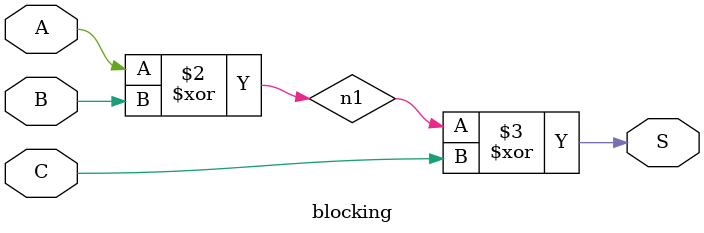
<source format=v>
module blocking (output reg S,
                 input wire A,B,C);
                 
	reg n1;
	
	always @(A,B,C)
	begin
		n1 = A ^ B;
		S = n1 ^ C;
	end 
	
endmodule
</source>
